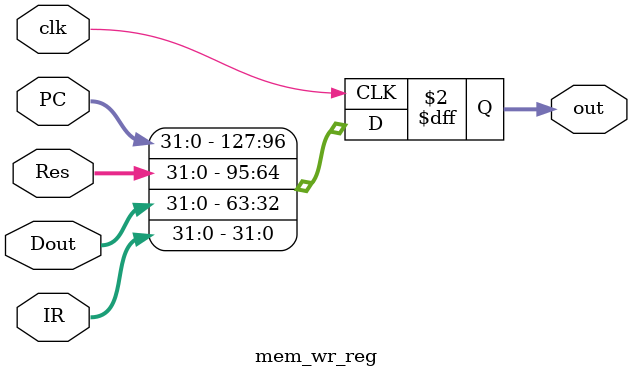
<source format=v>
module mem_wr_reg(clk,PC,Res,Dout,IR,out);

input wire clk;
input wire[31:0] PC,Res,Dout,IR;
output reg[127:0] out;

always@(negedge clk)begin
    out <= {PC,Res,Dout,IR};
end

endmodule
</source>
